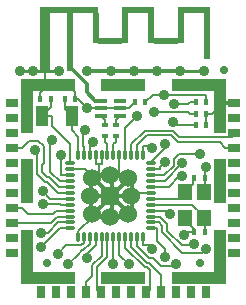
<source format=gtl>
%FSLAX34Y34*%
G04 Gerber Fmt 3.4, Leading zero omitted, Abs format*
G04 (created by PCBNEW (2013-12-14 BZR 4555)-product) date Fri 24 Jan 2014 09:56:54 EST*
%MOIN*%
G01*
G70*
G90*
G04 APERTURE LIST*
%ADD10C,0.003937*%
%ADD11O,0.011614X0.033500*%
%ADD12O,0.033500X0.011614*%
%ADD13R,0.060000X0.060000*%
%ADD14C,0.060000*%
%ADD15R,0.039370X0.011811*%
%ADD16R,0.015700X0.023600*%
%ADD17R,0.023600X0.015700*%
%ADD18C,0.029134*%
%ADD19R,0.045276X0.055118*%
%ADD20R,0.149606X0.039370*%
%ADD21R,0.039370X0.149606*%
%ADD22R,0.039370X0.179134*%
%ADD23R,0.179134X0.039370*%
%ADD24R,0.039370X0.070866*%
%ADD25R,0.027559X0.039370*%
%ADD26R,0.039370X0.027559*%
%ADD27R,0.019685X0.103937*%
%ADD28R,0.106299X0.019685*%
%ADD29R,0.078740X0.019685*%
%ADD30R,0.019685X0.155118*%
%ADD31R,0.196850X0.019685*%
%ADD32R,0.019685X0.192913*%
%ADD33R,0.035433X0.192913*%
%ADD34C,0.035000*%
%ADD35C,0.008000*%
%ADD36C,0.010000*%
%ADD37C,0.014000*%
%ADD38C,0.012000*%
G04 APERTURE END LIST*
G54D10*
G54D11*
X649Y-236D03*
X452Y-236D03*
X255Y-236D03*
X59Y-236D03*
X-137Y-236D03*
X-334Y-236D03*
X-531Y-236D03*
X-728Y-236D03*
X-925Y-236D03*
X-1122Y-236D03*
X-1318Y-236D03*
X-1515Y-236D03*
X-1515Y-2952D03*
X-1318Y-2952D03*
X-1122Y-2952D03*
X-925Y-2952D03*
X-728Y-2952D03*
X-531Y-2952D03*
X-334Y-2952D03*
X-137Y-2952D03*
X59Y-2952D03*
X255Y-2952D03*
X452Y-2952D03*
X649Y-2952D03*
G54D12*
X-1791Y-511D03*
X-1791Y-708D03*
X-1791Y-905D03*
X-1791Y-1102D03*
X-1791Y-1299D03*
X-1791Y-1496D03*
X-1791Y-1692D03*
X-1791Y-1889D03*
X-1791Y-2086D03*
X-1791Y-2283D03*
X-1791Y-2480D03*
X-1791Y-2677D03*
X924Y-2677D03*
X924Y-2480D03*
X924Y-2283D03*
X924Y-2086D03*
X924Y-1889D03*
X924Y-1692D03*
X924Y-1496D03*
X924Y-1299D03*
X924Y-1102D03*
X924Y-905D03*
X924Y-708D03*
X924Y-511D03*
G54D13*
X-433Y-1594D03*
G54D14*
X-1033Y-2194D03*
X166Y-2194D03*
X166Y-994D03*
X-1033Y-994D03*
X-433Y-905D03*
X-433Y-2283D03*
X-1122Y-1594D03*
X255Y-1594D03*
G54D15*
X-757Y1582D03*
X-757Y1326D03*
X-757Y1070D03*
X-108Y1070D03*
X-108Y1326D03*
X-108Y1582D03*
G54D16*
X2417Y1137D03*
X2771Y1137D03*
X2417Y775D03*
X2771Y775D03*
X2362Y-992D03*
X2716Y-992D03*
X2716Y-2811D03*
X2362Y-2811D03*
G54D17*
X-255Y763D03*
X-255Y409D03*
X-610Y763D03*
X-610Y409D03*
G54D16*
X-1960Y1618D03*
X-1606Y1618D03*
X-2417Y1622D03*
X-2771Y1622D03*
X2771Y1535D03*
X2417Y1535D03*
G54D18*
X2559Y-3822D03*
X-2559Y-3822D03*
G54D19*
X2047Y-1468D03*
X2047Y-2334D03*
X2677Y-2334D03*
X2677Y-1468D03*
G54D20*
X0Y2098D03*
X0Y-4318D03*
G54D21*
X-3208Y-1110D03*
X3208Y-1110D03*
G54D22*
X-3208Y1399D03*
X-3208Y-3620D03*
X3208Y-3620D03*
X3208Y1399D03*
G54D23*
X-2509Y2098D03*
X2509Y2098D03*
X2509Y-4318D03*
X-2509Y-4318D03*
G54D24*
X-1724Y1062D03*
X-2708Y1062D03*
G54D18*
X3362Y2610D03*
G54D16*
X736Y1535D03*
X382Y1535D03*
G54D25*
X2750Y-4793D03*
X2250Y-4793D03*
G54D10*
G36*
X-3897Y1362D02*
X-3897Y1637D01*
X-3503Y1637D01*
X-3503Y1362D01*
X-3897Y1362D01*
X-3897Y1362D01*
G37*
G36*
X-3897Y-3637D02*
X-3897Y-3362D01*
X-3503Y-3362D01*
X-3503Y-3637D01*
X-3897Y-3637D01*
X-3897Y-3637D01*
G37*
G36*
X-3897Y862D02*
X-3897Y1137D01*
X-3503Y1137D01*
X-3503Y862D01*
X-3897Y862D01*
X-3897Y862D01*
G37*
G36*
X-3897Y362D02*
X-3897Y637D01*
X-3503Y637D01*
X-3503Y362D01*
X-3897Y362D01*
X-3897Y362D01*
G37*
G36*
X-3897Y-137D02*
X-3897Y137D01*
X-3503Y137D01*
X-3503Y-137D01*
X-3897Y-137D01*
X-3897Y-137D01*
G37*
G36*
X-3897Y-637D02*
X-3897Y-362D01*
X-3503Y-362D01*
X-3503Y-637D01*
X-3897Y-637D01*
X-3897Y-637D01*
G37*
G36*
X-3897Y-1137D02*
X-3897Y-862D01*
X-3503Y-862D01*
X-3503Y-1137D01*
X-3897Y-1137D01*
X-3897Y-1137D01*
G37*
G36*
X-3897Y-1637D02*
X-3897Y-1362D01*
X-3503Y-1362D01*
X-3503Y-1637D01*
X-3897Y-1637D01*
X-3897Y-1637D01*
G37*
G36*
X-3897Y-2137D02*
X-3897Y-1862D01*
X-3503Y-1862D01*
X-3503Y-2137D01*
X-3897Y-2137D01*
X-3897Y-2137D01*
G37*
G36*
X-3897Y-2637D02*
X-3897Y-2362D01*
X-3503Y-2362D01*
X-3503Y-2637D01*
X-3897Y-2637D01*
X-3897Y-2637D01*
G37*
G36*
X-3897Y-3137D02*
X-3897Y-2862D01*
X-3503Y-2862D01*
X-3503Y-3137D01*
X-3897Y-3137D01*
X-3897Y-3137D01*
G37*
G54D25*
X-2750Y-4793D03*
X-2250Y-4793D03*
X-1750Y-4793D03*
X-1250Y-4793D03*
X-750Y-4793D03*
X-250Y-4793D03*
X250Y-4793D03*
X750Y-4793D03*
X1250Y-4793D03*
X1750Y-4793D03*
G54D26*
X3700Y1500D03*
X3700Y-3500D03*
X3700Y-3000D03*
X3700Y-2500D03*
X3700Y-2000D03*
X3700Y-1500D03*
X3700Y-1000D03*
X3700Y-500D03*
X3700Y0D03*
X3700Y500D03*
X3700Y1000D03*
G54D27*
X59Y3990D03*
X925Y3990D03*
X1909Y3990D03*
X-925Y3990D03*
G54D28*
X492Y4608D03*
X2342Y4608D03*
G54D29*
X1417Y3568D03*
X-433Y3568D03*
G54D30*
X2775Y3734D03*
G54D31*
X-1811Y4608D03*
G54D32*
X-1791Y3545D03*
G54D33*
X-2618Y3545D03*
G54D34*
X-2377Y267D03*
X1964Y-937D03*
X1355Y1778D03*
X1897Y2555D03*
X-1196Y2555D03*
X-1224Y1321D03*
X-421Y2555D03*
X354Y2555D03*
X1137Y2555D03*
X2677Y2555D03*
X-3460Y2555D03*
X-3027Y2555D03*
X-2149Y2555D03*
X-2618Y2763D03*
X2024Y-2909D03*
X2755Y-617D03*
X-1228Y-3677D03*
X1011Y1196D03*
X-2078Y-242D03*
X1643Y879D03*
X1969Y-484D03*
X-2192Y-3523D03*
X-338Y-3852D03*
X173Y-3862D03*
X-2755Y-2830D03*
X-2751Y-3314D03*
X963Y-3364D03*
X1381Y-3636D03*
X2751Y-3362D03*
X2358Y-3185D03*
X1562Y-2193D03*
X2540Y-187D03*
X1378Y-461D03*
X1399Y128D03*
X969Y-1D03*
X459Y1077D03*
X-1270Y612D03*
X-2690Y-1437D03*
X-1026Y192D03*
X1699Y1483D03*
X-1834Y-3866D03*
X-2956Y-64D03*
X1760Y-3866D03*
X-2684Y-1875D03*
G54D35*
X1355Y1778D02*
X979Y1778D01*
X979Y1778D02*
X736Y1535D01*
X-2429Y216D02*
X-2377Y267D01*
X-2429Y-679D02*
X-2429Y216D01*
X1506Y-1299D02*
X1868Y-937D01*
X1868Y-937D02*
X1964Y-937D01*
X924Y-1299D02*
X1506Y-1299D01*
X2771Y1535D02*
X2771Y1773D01*
X-2110Y-1102D02*
X-1791Y-1102D01*
X-2429Y-783D02*
X-2110Y-1102D01*
X-2429Y-679D02*
X-2429Y-783D01*
X1355Y1778D02*
X1355Y1778D01*
X2766Y1778D02*
X1355Y1778D01*
X2771Y1773D02*
X2766Y1778D01*
X-822Y-524D02*
X-822Y-784D01*
X-822Y-784D02*
X-1033Y-994D01*
X-1033Y-994D02*
X-1033Y-966D01*
X-1791Y-708D02*
X-1291Y-708D01*
X-1033Y-966D02*
X-1291Y-708D01*
X382Y1535D02*
X173Y1326D01*
X173Y1326D02*
X-108Y1326D01*
G54D36*
X1897Y2555D02*
X2677Y2555D01*
X1897Y2555D02*
X2677Y2555D01*
X354Y2555D02*
X-31Y2555D01*
X-421Y2555D02*
X-811Y2555D01*
G54D37*
X-1196Y2555D02*
X1893Y2555D01*
G54D36*
X1893Y2555D02*
X1897Y2555D01*
X-811Y2555D02*
X-1196Y2555D01*
X-31Y2555D02*
X-421Y2555D01*
X748Y2555D02*
X354Y2555D01*
X1137Y2555D02*
X748Y2555D01*
X1897Y2555D02*
X2283Y2555D01*
X2283Y2555D02*
X2677Y2555D01*
G54D37*
X3750Y1500D02*
X3309Y1500D01*
X3309Y1500D02*
X3208Y1399D01*
G54D36*
X-3027Y2555D02*
X-3460Y2555D01*
X-3460Y2555D02*
X-2618Y2555D01*
X-2618Y2555D02*
X-2149Y2555D01*
G54D35*
X-1606Y1618D02*
X-1520Y1618D01*
X-1074Y1326D02*
X-1079Y1321D01*
X-1079Y1321D02*
X-1224Y1321D01*
X-1074Y1326D02*
X-757Y1326D01*
X-1520Y1618D02*
X-1224Y1321D01*
X2716Y-1429D02*
X2677Y-1468D01*
X2716Y-992D02*
X2716Y-1429D01*
X2047Y-2377D02*
X2047Y-2334D01*
X2362Y-2692D02*
X2047Y-2377D01*
X2362Y-2811D02*
X2362Y-2692D01*
G54D36*
X-2618Y3545D02*
X-2618Y2763D01*
G54D35*
X-2618Y2206D02*
X-2509Y2098D01*
X-2618Y2763D02*
X-2618Y2555D01*
X-2618Y2555D02*
X-2618Y2206D01*
X3316Y1507D02*
X3208Y1399D01*
G54D38*
X-393Y-1594D02*
X-393Y-2283D01*
X-1082Y-1083D02*
X-1082Y-1594D01*
X-1082Y-1594D02*
X-1082Y-2105D01*
X295Y-2105D02*
X295Y-1594D01*
X295Y-1594D02*
X295Y-1083D01*
X-393Y-905D02*
X-393Y-1594D01*
X-393Y-1594D02*
X255Y-1594D01*
X255Y-1594D02*
X295Y-1594D01*
X-393Y-2283D02*
X117Y-2283D01*
X-393Y-1594D02*
X-433Y-1594D01*
G54D35*
X964Y-1496D02*
X924Y-1496D01*
X393Y-1496D02*
X295Y-1594D01*
X924Y-1496D02*
X393Y-1496D01*
X3316Y1507D02*
X3208Y1399D01*
X3759Y1507D02*
X3750Y1507D01*
X3750Y1507D02*
X3316Y1507D01*
G54D38*
X-433Y-2283D02*
X-393Y-2283D01*
X-393Y-905D02*
X-433Y-905D01*
G54D35*
X2716Y-992D02*
X2716Y-992D01*
X-1606Y1618D02*
X-1606Y1736D01*
X-2503Y2102D02*
X-2509Y2098D01*
X-1854Y2102D02*
X-2503Y2102D01*
X-1606Y1854D02*
X-1854Y2102D01*
X-1606Y1736D02*
X-1606Y1854D01*
X-1606Y1736D02*
X-1606Y1618D01*
X-1606Y1736D02*
X-1606Y1736D01*
X2362Y-2811D02*
X2362Y-2811D01*
X2362Y-2811D02*
X2163Y-2811D01*
X2716Y-992D02*
X2716Y-754D01*
X2771Y956D02*
X2771Y775D01*
X2771Y956D02*
X2771Y775D01*
X2771Y956D02*
X2771Y956D01*
X2859Y1137D02*
X2771Y1137D01*
X2946Y1137D02*
X2859Y1137D01*
X3208Y1399D02*
X2946Y1137D01*
X2771Y1137D02*
X2771Y956D01*
X2859Y1137D02*
X2771Y1137D01*
X-757Y1326D02*
X-108Y1326D01*
G54D38*
X-433Y-1594D02*
X-1082Y-1594D01*
G54D35*
X-1082Y-1594D02*
X-1122Y-1594D01*
G54D38*
X-393Y-1594D02*
X-693Y-1294D01*
X-693Y-1294D02*
X-993Y-994D01*
G54D35*
X-733Y-1294D02*
X-1033Y-994D01*
X-693Y-1294D02*
X-733Y-1294D01*
G54D38*
X-393Y-1594D02*
X166Y-1033D01*
X166Y-1033D02*
X206Y-994D01*
G54D35*
X166Y-1033D02*
X166Y-994D01*
G54D38*
X-393Y-1594D02*
X166Y-2155D01*
X166Y-2155D02*
X206Y-2194D01*
G54D35*
X166Y-2155D02*
X166Y-2194D01*
G54D38*
X-393Y-1594D02*
X-693Y-1894D01*
X-693Y-1894D02*
X-993Y-2194D01*
G54D35*
X-733Y-1894D02*
X-1033Y-2194D01*
X-693Y-1894D02*
X-733Y-1894D01*
G54D38*
X-433Y-905D02*
X-574Y-905D01*
X-574Y-905D02*
X-904Y-905D01*
X-904Y-2283D02*
X-433Y-2283D01*
G54D35*
X-1515Y-2775D02*
X-1515Y-2952D01*
X-1023Y-2283D02*
X-1515Y-2775D01*
X-904Y-2283D02*
X-1023Y-2283D01*
X-728Y-236D02*
X-728Y-524D01*
X-925Y-236D02*
X-925Y-524D01*
X-728Y-524D02*
X-822Y-524D01*
X-822Y-524D02*
X-857Y-524D01*
X-857Y-524D02*
X-925Y-524D01*
X-137Y-905D02*
X-137Y-236D01*
G54D38*
X117Y-905D02*
X-137Y-905D01*
X-137Y-905D02*
X-393Y-905D01*
G54D35*
X2716Y-657D02*
X2755Y-617D01*
X2716Y-754D02*
X2716Y-657D01*
X2065Y-2909D02*
X2024Y-2909D01*
X2163Y-2811D02*
X2065Y-2909D01*
X-2771Y1622D02*
X-2771Y1729D01*
X-2771Y1836D02*
X-2509Y2098D01*
X-2771Y1729D02*
X-2771Y1836D01*
X-2771Y1729D02*
X-2771Y1622D01*
X-2771Y1729D02*
X-2771Y1729D01*
X-1250Y-4844D02*
X-1250Y-4468D01*
X-728Y-2952D02*
X-728Y-3240D01*
X-1043Y-4262D02*
X-1250Y-4468D01*
X-1043Y-3913D02*
X-1043Y-4262D01*
X-728Y-3598D02*
X-1043Y-3913D01*
X-728Y-3240D02*
X-728Y-3598D01*
X-1228Y-3523D02*
X-925Y-3220D01*
X-1228Y-3677D02*
X-1228Y-3523D01*
X-925Y-2952D02*
X-925Y-3220D01*
G54D37*
X-757Y1582D02*
X-933Y1582D01*
X-1220Y1870D02*
X-1220Y2118D01*
X-933Y1582D02*
X-1220Y1870D01*
X-1791Y3545D02*
X-1791Y2688D01*
X-1791Y2688D02*
X-1220Y2118D01*
G54D35*
X-757Y1582D02*
X-724Y1582D01*
X-724Y1582D02*
X-718Y1582D01*
X-649Y962D02*
X-757Y1070D01*
X-610Y962D02*
X-649Y962D01*
X-610Y763D02*
X-610Y962D01*
X-216Y962D02*
X-108Y1070D01*
X-255Y962D02*
X-216Y962D01*
X-255Y763D02*
X-255Y962D01*
X-1791Y-905D02*
X-2078Y-905D01*
X2417Y1137D02*
X2218Y1137D01*
X-2078Y-905D02*
X-2078Y-242D01*
X1019Y1188D02*
X1011Y1196D01*
X2168Y1188D02*
X1019Y1188D01*
X2218Y1137D02*
X2168Y1188D01*
X924Y-1102D02*
X1212Y-1102D01*
X1212Y-1102D02*
X1381Y-1102D01*
X1381Y-1102D02*
X1969Y-515D01*
X1969Y-515D02*
X1969Y-484D01*
X2417Y775D02*
X2218Y775D01*
X1747Y775D02*
X1643Y879D01*
X2218Y775D02*
X1747Y775D01*
X2362Y-992D02*
X2346Y-1007D01*
X2330Y-1185D02*
X2047Y-1468D01*
X2330Y-1023D02*
X2330Y-1185D01*
X2346Y-1007D02*
X2330Y-1023D01*
X2346Y-1007D02*
X2362Y-992D01*
X2346Y-1007D02*
X2346Y-1007D01*
X2047Y-1640D02*
X2047Y-1468D01*
X1994Y-1692D02*
X2047Y-1640D01*
X964Y-1692D02*
X1994Y-1692D01*
X964Y-1692D02*
X924Y-1692D01*
X2716Y-2811D02*
X2716Y-2592D01*
X2716Y-2374D02*
X2677Y-2334D01*
X2716Y-2592D02*
X2716Y-2374D01*
X2716Y-2592D02*
X2716Y-2811D01*
X2716Y-2592D02*
X2716Y-2592D01*
X2677Y-2279D02*
X2677Y-2334D01*
X2287Y-1889D02*
X2677Y-2279D01*
X964Y-1889D02*
X2287Y-1889D01*
X964Y-1889D02*
X924Y-1889D01*
X-334Y132D02*
X-334Y-236D01*
X-255Y210D02*
X-334Y132D01*
X-255Y409D02*
X-255Y210D01*
X-531Y132D02*
X-531Y-236D01*
X-610Y210D02*
X-531Y132D01*
X-610Y409D02*
X-610Y210D01*
X-1515Y-236D02*
X-1515Y51D01*
X-1960Y1299D02*
X-1960Y1618D01*
X-1724Y1062D02*
X-1960Y1299D01*
X-1724Y1062D02*
X-1724Y588D01*
X-1515Y379D02*
X-1724Y588D01*
X-1515Y51D02*
X-1515Y379D01*
X-2417Y1354D02*
X-2417Y1622D01*
X-2708Y1062D02*
X-2417Y1354D01*
X-1766Y-487D02*
X-1791Y-511D01*
X-1766Y121D02*
X-1766Y-487D01*
X-2391Y746D02*
X-1766Y121D01*
X-2391Y1062D02*
X-2391Y746D01*
X-2708Y1062D02*
X-2391Y1062D01*
X-1633Y-3240D02*
X-1909Y-3240D01*
X-1909Y-3240D02*
X-2192Y-3523D01*
X-1318Y-3157D02*
X-1401Y-3240D01*
X-1633Y-3240D02*
X-1574Y-3240D01*
X-1318Y-3145D02*
X-1318Y-3157D01*
X-1401Y-3240D02*
X-1574Y-3240D01*
X-1318Y-3145D02*
X-1318Y-3145D01*
X-1318Y-2952D02*
X-1318Y-3145D01*
X-868Y-4726D02*
X-750Y-4844D01*
X-868Y-3964D02*
X-868Y-4726D01*
X-531Y-3627D02*
X-868Y-3964D01*
X-531Y-2952D02*
X-531Y-3627D01*
X-334Y-2952D02*
X-334Y-3240D01*
X-334Y-3848D02*
X-338Y-3852D01*
X-334Y-3240D02*
X-334Y-3848D01*
X-137Y-3550D02*
X-137Y-2952D01*
X173Y-3862D02*
X-137Y-3550D01*
X59Y-3330D02*
X59Y-3240D01*
X708Y-3980D02*
X59Y-3330D01*
X783Y-3980D02*
X708Y-3980D01*
X872Y-4068D02*
X783Y-3980D01*
X872Y-4722D02*
X872Y-4068D01*
X750Y-4844D02*
X872Y-4722D01*
X59Y-2952D02*
X59Y-3240D01*
X-3759Y-1992D02*
X-3383Y-1992D01*
X-3191Y-2183D02*
X-3383Y-1992D01*
X-2335Y-2183D02*
X-3191Y-2183D01*
X-2237Y-2086D02*
X-2335Y-2183D01*
X-1791Y-2086D02*
X-2237Y-2086D01*
X-3759Y-2492D02*
X-3383Y-2492D01*
X-2416Y-2492D02*
X-3383Y-2492D01*
X-2208Y-2283D02*
X-2416Y-2492D01*
X-1791Y-2283D02*
X-2208Y-2283D01*
X-1791Y-2480D02*
X-2177Y-2480D01*
X-2527Y-2830D02*
X-2755Y-2830D01*
X-2177Y-2480D02*
X-2527Y-2830D01*
X-2751Y-3314D02*
X-2736Y-3314D01*
X-2736Y-3314D02*
X-2098Y-2677D01*
X-2098Y-2677D02*
X-1791Y-2677D01*
X649Y-2952D02*
X649Y-3240D01*
X839Y-3240D02*
X963Y-3364D01*
X649Y-3240D02*
X839Y-3240D01*
X1381Y-3636D02*
X1381Y-3364D01*
X1381Y-3364D02*
X1120Y-3103D01*
X1120Y-3103D02*
X1120Y-2677D01*
X993Y-2677D02*
X1120Y-2677D01*
X924Y-2677D02*
X993Y-2677D01*
X1280Y-2813D02*
X1280Y-2812D01*
X1951Y-3484D02*
X1280Y-2813D01*
X2629Y-3484D02*
X1951Y-3484D01*
X2751Y-3362D02*
X2629Y-3484D01*
X1280Y-2813D02*
X1280Y-2812D01*
X1280Y-2587D02*
X1280Y-2813D01*
X1173Y-2480D02*
X1280Y-2587D01*
X924Y-2480D02*
X1173Y-2480D01*
X1941Y-3243D02*
X2299Y-3243D01*
X2299Y-3243D02*
X2358Y-3185D01*
X924Y-2283D02*
X1212Y-2283D01*
X1212Y-2283D02*
X1460Y-2530D01*
X1460Y-2530D02*
X1460Y-2762D01*
X1460Y-2762D02*
X1941Y-3243D01*
X1941Y-3243D02*
X1943Y-3246D01*
X924Y-2283D02*
X1212Y-2283D01*
X1461Y-2532D02*
X1212Y-2283D01*
X1461Y-2764D02*
X1461Y-2532D01*
X1943Y-3246D02*
X1461Y-2764D01*
X1455Y-2086D02*
X1562Y-2193D01*
X924Y-2086D02*
X1455Y-2086D01*
X924Y-905D02*
X1212Y-905D01*
X1842Y-187D02*
X2540Y-187D01*
X1673Y-355D02*
X1842Y-187D01*
X1673Y-583D02*
X1673Y-355D01*
X1352Y-905D02*
X1673Y-583D01*
X1212Y-905D02*
X1352Y-905D01*
X924Y-708D02*
X1212Y-708D01*
X1212Y-627D02*
X1378Y-461D01*
X1212Y-708D02*
X1212Y-627D01*
X1399Y7D02*
X1399Y128D01*
X924Y-467D02*
X1399Y7D01*
X924Y-511D02*
X924Y-467D01*
X649Y-236D02*
X649Y51D01*
X916Y51D02*
X969Y-1D01*
X649Y51D02*
X916Y51D01*
X3759Y7D02*
X3383Y7D01*
X3205Y185D02*
X3383Y7D01*
X1810Y185D02*
X3205Y185D01*
X1572Y423D02*
X1810Y185D01*
X791Y423D02*
X1572Y423D01*
X452Y85D02*
X791Y423D01*
X452Y-236D02*
X452Y85D01*
X3635Y383D02*
X3759Y507D01*
X1839Y383D02*
X3635Y383D01*
X1638Y584D02*
X1839Y383D01*
X706Y584D02*
X1638Y584D01*
X255Y133D02*
X706Y584D01*
X255Y-236D02*
X255Y133D01*
X59Y528D02*
X59Y677D01*
X59Y677D02*
X459Y1077D01*
X59Y-236D02*
X59Y528D01*
X-1318Y-236D02*
X-1318Y51D01*
X-1341Y542D02*
X-1270Y612D01*
X-1341Y73D02*
X-1341Y542D01*
X-1318Y51D02*
X-1341Y73D01*
X255Y-2952D02*
X255Y-3240D01*
X1250Y-4844D02*
X1250Y-4468D01*
X255Y-3300D02*
X255Y-3240D01*
X775Y-3820D02*
X255Y-3300D01*
X849Y-3820D02*
X775Y-3820D01*
X1250Y-4220D02*
X849Y-3820D01*
X1250Y-4468D02*
X1250Y-4220D01*
X-1791Y-1692D02*
X-2078Y-1692D01*
X-2434Y-1692D02*
X-2690Y-1437D01*
X-2078Y-1692D02*
X-2434Y-1692D01*
X2417Y1535D02*
X2218Y1535D01*
X-1122Y97D02*
X-1026Y192D01*
X-1122Y-236D02*
X-1122Y97D01*
X2167Y1483D02*
X1699Y1483D01*
X2218Y1535D02*
X2167Y1483D01*
X-1333Y-3400D02*
X-1368Y-3400D01*
X-1368Y-3400D02*
X-1523Y-3555D01*
X-1834Y-3866D02*
X-1523Y-3555D01*
X-1122Y-3188D02*
X-1122Y-2952D01*
X-1333Y-3400D02*
X-1122Y-3188D01*
X-3759Y7D02*
X-3383Y7D01*
X-2142Y-1299D02*
X-1791Y-1299D01*
X-2467Y-974D02*
X-2142Y-1299D01*
X-2551Y-974D02*
X-2467Y-974D01*
X-2724Y-801D02*
X-2551Y-974D01*
X-2724Y-556D02*
X-2724Y-801D01*
X-2658Y-490D02*
X-2724Y-556D01*
X-2658Y57D02*
X-2658Y-490D01*
X-2830Y230D02*
X-2658Y57D01*
X-3161Y230D02*
X-2830Y230D01*
X-3383Y7D02*
X-3161Y230D01*
X-2884Y-136D02*
X-2956Y-64D01*
X-2884Y-867D02*
X-2884Y-136D01*
X-2617Y-1134D02*
X-2884Y-867D01*
X-2533Y-1134D02*
X-2617Y-1134D01*
X-2171Y-1496D02*
X-2533Y-1134D01*
X-1791Y-1496D02*
X-2171Y-1496D01*
X452Y-2952D02*
X452Y-3240D01*
X452Y-3271D02*
X452Y-3240D01*
X841Y-3659D02*
X452Y-3271D01*
X987Y-3659D02*
X841Y-3659D01*
X1259Y-3931D02*
X987Y-3659D01*
X1694Y-3931D02*
X1259Y-3931D01*
X1760Y-3866D02*
X1694Y-3931D01*
X-1791Y-1889D02*
X-2078Y-1889D01*
X-2092Y-1875D02*
X-2684Y-1875D01*
X-2078Y-1889D02*
X-2092Y-1875D01*
M02*

</source>
